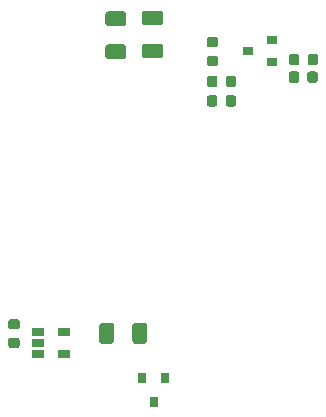
<source format=gbr>
G04 #@! TF.GenerationSoftware,KiCad,Pcbnew,5.1.4-1.fc30*
G04 #@! TF.CreationDate,2020-10-18T16:53:05+02:00*
G04 #@! TF.ProjectId,synchro2,73796e63-6872-46f3-922e-6b696361645f,rev?*
G04 #@! TF.SameCoordinates,Original*
G04 #@! TF.FileFunction,Paste,Bot*
G04 #@! TF.FilePolarity,Positive*
%FSLAX46Y46*%
G04 Gerber Fmt 4.6, Leading zero omitted, Abs format (unit mm)*
G04 Created by KiCad (PCBNEW 5.1.4-1.fc30) date 2020-10-18 16:53:05*
%MOMM*%
%LPD*%
G04 APERTURE LIST*
%ADD10R,0.900000X0.800000*%
%ADD11R,1.060000X0.650000*%
%ADD12C,0.100000*%
%ADD13C,0.875000*%
%ADD14R,0.800000X0.900000*%
%ADD15C,1.250000*%
G04 APERTURE END LIST*
D10*
X227200000Y-103300000D03*
X229200000Y-104250000D03*
X229200000Y-102350000D03*
D11*
X211640000Y-128970000D03*
X211640000Y-127070000D03*
X209440000Y-127070000D03*
X209440000Y-128020000D03*
X209440000Y-128970000D03*
D12*
G36*
X232927691Y-103556053D02*
G01*
X232948926Y-103559203D01*
X232969750Y-103564419D01*
X232989962Y-103571651D01*
X233009368Y-103580830D01*
X233027781Y-103591866D01*
X233045024Y-103604654D01*
X233060930Y-103619070D01*
X233075346Y-103634976D01*
X233088134Y-103652219D01*
X233099170Y-103670632D01*
X233108349Y-103690038D01*
X233115581Y-103710250D01*
X233120797Y-103731074D01*
X233123947Y-103752309D01*
X233125000Y-103773750D01*
X233125000Y-104286250D01*
X233123947Y-104307691D01*
X233120797Y-104328926D01*
X233115581Y-104349750D01*
X233108349Y-104369962D01*
X233099170Y-104389368D01*
X233088134Y-104407781D01*
X233075346Y-104425024D01*
X233060930Y-104440930D01*
X233045024Y-104455346D01*
X233027781Y-104468134D01*
X233009368Y-104479170D01*
X232989962Y-104488349D01*
X232969750Y-104495581D01*
X232948926Y-104500797D01*
X232927691Y-104503947D01*
X232906250Y-104505000D01*
X232468750Y-104505000D01*
X232447309Y-104503947D01*
X232426074Y-104500797D01*
X232405250Y-104495581D01*
X232385038Y-104488349D01*
X232365632Y-104479170D01*
X232347219Y-104468134D01*
X232329976Y-104455346D01*
X232314070Y-104440930D01*
X232299654Y-104425024D01*
X232286866Y-104407781D01*
X232275830Y-104389368D01*
X232266651Y-104369962D01*
X232259419Y-104349750D01*
X232254203Y-104328926D01*
X232251053Y-104307691D01*
X232250000Y-104286250D01*
X232250000Y-103773750D01*
X232251053Y-103752309D01*
X232254203Y-103731074D01*
X232259419Y-103710250D01*
X232266651Y-103690038D01*
X232275830Y-103670632D01*
X232286866Y-103652219D01*
X232299654Y-103634976D01*
X232314070Y-103619070D01*
X232329976Y-103604654D01*
X232347219Y-103591866D01*
X232365632Y-103580830D01*
X232385038Y-103571651D01*
X232405250Y-103564419D01*
X232426074Y-103559203D01*
X232447309Y-103556053D01*
X232468750Y-103555000D01*
X232906250Y-103555000D01*
X232927691Y-103556053D01*
X232927691Y-103556053D01*
G37*
D13*
X232687500Y-104030000D03*
D12*
G36*
X231352691Y-103556053D02*
G01*
X231373926Y-103559203D01*
X231394750Y-103564419D01*
X231414962Y-103571651D01*
X231434368Y-103580830D01*
X231452781Y-103591866D01*
X231470024Y-103604654D01*
X231485930Y-103619070D01*
X231500346Y-103634976D01*
X231513134Y-103652219D01*
X231524170Y-103670632D01*
X231533349Y-103690038D01*
X231540581Y-103710250D01*
X231545797Y-103731074D01*
X231548947Y-103752309D01*
X231550000Y-103773750D01*
X231550000Y-104286250D01*
X231548947Y-104307691D01*
X231545797Y-104328926D01*
X231540581Y-104349750D01*
X231533349Y-104369962D01*
X231524170Y-104389368D01*
X231513134Y-104407781D01*
X231500346Y-104425024D01*
X231485930Y-104440930D01*
X231470024Y-104455346D01*
X231452781Y-104468134D01*
X231434368Y-104479170D01*
X231414962Y-104488349D01*
X231394750Y-104495581D01*
X231373926Y-104500797D01*
X231352691Y-104503947D01*
X231331250Y-104505000D01*
X230893750Y-104505000D01*
X230872309Y-104503947D01*
X230851074Y-104500797D01*
X230830250Y-104495581D01*
X230810038Y-104488349D01*
X230790632Y-104479170D01*
X230772219Y-104468134D01*
X230754976Y-104455346D01*
X230739070Y-104440930D01*
X230724654Y-104425024D01*
X230711866Y-104407781D01*
X230700830Y-104389368D01*
X230691651Y-104369962D01*
X230684419Y-104349750D01*
X230679203Y-104328926D01*
X230676053Y-104307691D01*
X230675000Y-104286250D01*
X230675000Y-103773750D01*
X230676053Y-103752309D01*
X230679203Y-103731074D01*
X230684419Y-103710250D01*
X230691651Y-103690038D01*
X230700830Y-103670632D01*
X230711866Y-103652219D01*
X230724654Y-103634976D01*
X230739070Y-103619070D01*
X230754976Y-103604654D01*
X230772219Y-103591866D01*
X230790632Y-103580830D01*
X230810038Y-103571651D01*
X230830250Y-103564419D01*
X230851074Y-103559203D01*
X230872309Y-103556053D01*
X230893750Y-103555000D01*
X231331250Y-103555000D01*
X231352691Y-103556053D01*
X231352691Y-103556053D01*
G37*
D13*
X231112500Y-104030000D03*
D12*
G36*
X207657691Y-127571053D02*
G01*
X207678926Y-127574203D01*
X207699750Y-127579419D01*
X207719962Y-127586651D01*
X207739368Y-127595830D01*
X207757781Y-127606866D01*
X207775024Y-127619654D01*
X207790930Y-127634070D01*
X207805346Y-127649976D01*
X207818134Y-127667219D01*
X207829170Y-127685632D01*
X207838349Y-127705038D01*
X207845581Y-127725250D01*
X207850797Y-127746074D01*
X207853947Y-127767309D01*
X207855000Y-127788750D01*
X207855000Y-128226250D01*
X207853947Y-128247691D01*
X207850797Y-128268926D01*
X207845581Y-128289750D01*
X207838349Y-128309962D01*
X207829170Y-128329368D01*
X207818134Y-128347781D01*
X207805346Y-128365024D01*
X207790930Y-128380930D01*
X207775024Y-128395346D01*
X207757781Y-128408134D01*
X207739368Y-128419170D01*
X207719962Y-128428349D01*
X207699750Y-128435581D01*
X207678926Y-128440797D01*
X207657691Y-128443947D01*
X207636250Y-128445000D01*
X207123750Y-128445000D01*
X207102309Y-128443947D01*
X207081074Y-128440797D01*
X207060250Y-128435581D01*
X207040038Y-128428349D01*
X207020632Y-128419170D01*
X207002219Y-128408134D01*
X206984976Y-128395346D01*
X206969070Y-128380930D01*
X206954654Y-128365024D01*
X206941866Y-128347781D01*
X206930830Y-128329368D01*
X206921651Y-128309962D01*
X206914419Y-128289750D01*
X206909203Y-128268926D01*
X206906053Y-128247691D01*
X206905000Y-128226250D01*
X206905000Y-127788750D01*
X206906053Y-127767309D01*
X206909203Y-127746074D01*
X206914419Y-127725250D01*
X206921651Y-127705038D01*
X206930830Y-127685632D01*
X206941866Y-127667219D01*
X206954654Y-127649976D01*
X206969070Y-127634070D01*
X206984976Y-127619654D01*
X207002219Y-127606866D01*
X207020632Y-127595830D01*
X207040038Y-127586651D01*
X207060250Y-127579419D01*
X207081074Y-127574203D01*
X207102309Y-127571053D01*
X207123750Y-127570000D01*
X207636250Y-127570000D01*
X207657691Y-127571053D01*
X207657691Y-127571053D01*
G37*
D13*
X207380000Y-128007500D03*
D12*
G36*
X207657691Y-125996053D02*
G01*
X207678926Y-125999203D01*
X207699750Y-126004419D01*
X207719962Y-126011651D01*
X207739368Y-126020830D01*
X207757781Y-126031866D01*
X207775024Y-126044654D01*
X207790930Y-126059070D01*
X207805346Y-126074976D01*
X207818134Y-126092219D01*
X207829170Y-126110632D01*
X207838349Y-126130038D01*
X207845581Y-126150250D01*
X207850797Y-126171074D01*
X207853947Y-126192309D01*
X207855000Y-126213750D01*
X207855000Y-126651250D01*
X207853947Y-126672691D01*
X207850797Y-126693926D01*
X207845581Y-126714750D01*
X207838349Y-126734962D01*
X207829170Y-126754368D01*
X207818134Y-126772781D01*
X207805346Y-126790024D01*
X207790930Y-126805930D01*
X207775024Y-126820346D01*
X207757781Y-126833134D01*
X207739368Y-126844170D01*
X207719962Y-126853349D01*
X207699750Y-126860581D01*
X207678926Y-126865797D01*
X207657691Y-126868947D01*
X207636250Y-126870000D01*
X207123750Y-126870000D01*
X207102309Y-126868947D01*
X207081074Y-126865797D01*
X207060250Y-126860581D01*
X207040038Y-126853349D01*
X207020632Y-126844170D01*
X207002219Y-126833134D01*
X206984976Y-126820346D01*
X206969070Y-126805930D01*
X206954654Y-126790024D01*
X206941866Y-126772781D01*
X206930830Y-126754368D01*
X206921651Y-126734962D01*
X206914419Y-126714750D01*
X206909203Y-126693926D01*
X206906053Y-126672691D01*
X206905000Y-126651250D01*
X206905000Y-126213750D01*
X206906053Y-126192309D01*
X206909203Y-126171074D01*
X206914419Y-126150250D01*
X206921651Y-126130038D01*
X206930830Y-126110632D01*
X206941866Y-126092219D01*
X206954654Y-126074976D01*
X206969070Y-126059070D01*
X206984976Y-126044654D01*
X207002219Y-126031866D01*
X207020632Y-126020830D01*
X207040038Y-126011651D01*
X207060250Y-126004419D01*
X207081074Y-125999203D01*
X207102309Y-125996053D01*
X207123750Y-125995000D01*
X207636250Y-125995000D01*
X207657691Y-125996053D01*
X207657691Y-125996053D01*
G37*
D13*
X207380000Y-126432500D03*
D14*
X218250000Y-131000000D03*
X220150000Y-131000000D03*
X219200000Y-133000000D03*
D12*
G36*
X231322691Y-105036053D02*
G01*
X231343926Y-105039203D01*
X231364750Y-105044419D01*
X231384962Y-105051651D01*
X231404368Y-105060830D01*
X231422781Y-105071866D01*
X231440024Y-105084654D01*
X231455930Y-105099070D01*
X231470346Y-105114976D01*
X231483134Y-105132219D01*
X231494170Y-105150632D01*
X231503349Y-105170038D01*
X231510581Y-105190250D01*
X231515797Y-105211074D01*
X231518947Y-105232309D01*
X231520000Y-105253750D01*
X231520000Y-105766250D01*
X231518947Y-105787691D01*
X231515797Y-105808926D01*
X231510581Y-105829750D01*
X231503349Y-105849962D01*
X231494170Y-105869368D01*
X231483134Y-105887781D01*
X231470346Y-105905024D01*
X231455930Y-105920930D01*
X231440024Y-105935346D01*
X231422781Y-105948134D01*
X231404368Y-105959170D01*
X231384962Y-105968349D01*
X231364750Y-105975581D01*
X231343926Y-105980797D01*
X231322691Y-105983947D01*
X231301250Y-105985000D01*
X230863750Y-105985000D01*
X230842309Y-105983947D01*
X230821074Y-105980797D01*
X230800250Y-105975581D01*
X230780038Y-105968349D01*
X230760632Y-105959170D01*
X230742219Y-105948134D01*
X230724976Y-105935346D01*
X230709070Y-105920930D01*
X230694654Y-105905024D01*
X230681866Y-105887781D01*
X230670830Y-105869368D01*
X230661651Y-105849962D01*
X230654419Y-105829750D01*
X230649203Y-105808926D01*
X230646053Y-105787691D01*
X230645000Y-105766250D01*
X230645000Y-105253750D01*
X230646053Y-105232309D01*
X230649203Y-105211074D01*
X230654419Y-105190250D01*
X230661651Y-105170038D01*
X230670830Y-105150632D01*
X230681866Y-105132219D01*
X230694654Y-105114976D01*
X230709070Y-105099070D01*
X230724976Y-105084654D01*
X230742219Y-105071866D01*
X230760632Y-105060830D01*
X230780038Y-105051651D01*
X230800250Y-105044419D01*
X230821074Y-105039203D01*
X230842309Y-105036053D01*
X230863750Y-105035000D01*
X231301250Y-105035000D01*
X231322691Y-105036053D01*
X231322691Y-105036053D01*
G37*
D13*
X231082500Y-105510000D03*
D12*
G36*
X232897691Y-105036053D02*
G01*
X232918926Y-105039203D01*
X232939750Y-105044419D01*
X232959962Y-105051651D01*
X232979368Y-105060830D01*
X232997781Y-105071866D01*
X233015024Y-105084654D01*
X233030930Y-105099070D01*
X233045346Y-105114976D01*
X233058134Y-105132219D01*
X233069170Y-105150632D01*
X233078349Y-105170038D01*
X233085581Y-105190250D01*
X233090797Y-105211074D01*
X233093947Y-105232309D01*
X233095000Y-105253750D01*
X233095000Y-105766250D01*
X233093947Y-105787691D01*
X233090797Y-105808926D01*
X233085581Y-105829750D01*
X233078349Y-105849962D01*
X233069170Y-105869368D01*
X233058134Y-105887781D01*
X233045346Y-105905024D01*
X233030930Y-105920930D01*
X233015024Y-105935346D01*
X232997781Y-105948134D01*
X232979368Y-105959170D01*
X232959962Y-105968349D01*
X232939750Y-105975581D01*
X232918926Y-105980797D01*
X232897691Y-105983947D01*
X232876250Y-105985000D01*
X232438750Y-105985000D01*
X232417309Y-105983947D01*
X232396074Y-105980797D01*
X232375250Y-105975581D01*
X232355038Y-105968349D01*
X232335632Y-105959170D01*
X232317219Y-105948134D01*
X232299976Y-105935346D01*
X232284070Y-105920930D01*
X232269654Y-105905024D01*
X232256866Y-105887781D01*
X232245830Y-105869368D01*
X232236651Y-105849962D01*
X232229419Y-105829750D01*
X232224203Y-105808926D01*
X232221053Y-105787691D01*
X232220000Y-105766250D01*
X232220000Y-105253750D01*
X232221053Y-105232309D01*
X232224203Y-105211074D01*
X232229419Y-105190250D01*
X232236651Y-105170038D01*
X232245830Y-105150632D01*
X232256866Y-105132219D01*
X232269654Y-105114976D01*
X232284070Y-105099070D01*
X232299976Y-105084654D01*
X232317219Y-105071866D01*
X232335632Y-105060830D01*
X232355038Y-105051651D01*
X232375250Y-105044419D01*
X232396074Y-105039203D01*
X232417309Y-105036053D01*
X232438750Y-105035000D01*
X232876250Y-105035000D01*
X232897691Y-105036053D01*
X232897691Y-105036053D01*
G37*
D13*
X232657500Y-105510000D03*
D12*
G36*
X224457691Y-103691053D02*
G01*
X224478926Y-103694203D01*
X224499750Y-103699419D01*
X224519962Y-103706651D01*
X224539368Y-103715830D01*
X224557781Y-103726866D01*
X224575024Y-103739654D01*
X224590930Y-103754070D01*
X224605346Y-103769976D01*
X224618134Y-103787219D01*
X224629170Y-103805632D01*
X224638349Y-103825038D01*
X224645581Y-103845250D01*
X224650797Y-103866074D01*
X224653947Y-103887309D01*
X224655000Y-103908750D01*
X224655000Y-104346250D01*
X224653947Y-104367691D01*
X224650797Y-104388926D01*
X224645581Y-104409750D01*
X224638349Y-104429962D01*
X224629170Y-104449368D01*
X224618134Y-104467781D01*
X224605346Y-104485024D01*
X224590930Y-104500930D01*
X224575024Y-104515346D01*
X224557781Y-104528134D01*
X224539368Y-104539170D01*
X224519962Y-104548349D01*
X224499750Y-104555581D01*
X224478926Y-104560797D01*
X224457691Y-104563947D01*
X224436250Y-104565000D01*
X223923750Y-104565000D01*
X223902309Y-104563947D01*
X223881074Y-104560797D01*
X223860250Y-104555581D01*
X223840038Y-104548349D01*
X223820632Y-104539170D01*
X223802219Y-104528134D01*
X223784976Y-104515346D01*
X223769070Y-104500930D01*
X223754654Y-104485024D01*
X223741866Y-104467781D01*
X223730830Y-104449368D01*
X223721651Y-104429962D01*
X223714419Y-104409750D01*
X223709203Y-104388926D01*
X223706053Y-104367691D01*
X223705000Y-104346250D01*
X223705000Y-103908750D01*
X223706053Y-103887309D01*
X223709203Y-103866074D01*
X223714419Y-103845250D01*
X223721651Y-103825038D01*
X223730830Y-103805632D01*
X223741866Y-103787219D01*
X223754654Y-103769976D01*
X223769070Y-103754070D01*
X223784976Y-103739654D01*
X223802219Y-103726866D01*
X223820632Y-103715830D01*
X223840038Y-103706651D01*
X223860250Y-103699419D01*
X223881074Y-103694203D01*
X223902309Y-103691053D01*
X223923750Y-103690000D01*
X224436250Y-103690000D01*
X224457691Y-103691053D01*
X224457691Y-103691053D01*
G37*
D13*
X224180000Y-104127500D03*
D12*
G36*
X224457691Y-102116053D02*
G01*
X224478926Y-102119203D01*
X224499750Y-102124419D01*
X224519962Y-102131651D01*
X224539368Y-102140830D01*
X224557781Y-102151866D01*
X224575024Y-102164654D01*
X224590930Y-102179070D01*
X224605346Y-102194976D01*
X224618134Y-102212219D01*
X224629170Y-102230632D01*
X224638349Y-102250038D01*
X224645581Y-102270250D01*
X224650797Y-102291074D01*
X224653947Y-102312309D01*
X224655000Y-102333750D01*
X224655000Y-102771250D01*
X224653947Y-102792691D01*
X224650797Y-102813926D01*
X224645581Y-102834750D01*
X224638349Y-102854962D01*
X224629170Y-102874368D01*
X224618134Y-102892781D01*
X224605346Y-102910024D01*
X224590930Y-102925930D01*
X224575024Y-102940346D01*
X224557781Y-102953134D01*
X224539368Y-102964170D01*
X224519962Y-102973349D01*
X224499750Y-102980581D01*
X224478926Y-102985797D01*
X224457691Y-102988947D01*
X224436250Y-102990000D01*
X223923750Y-102990000D01*
X223902309Y-102988947D01*
X223881074Y-102985797D01*
X223860250Y-102980581D01*
X223840038Y-102973349D01*
X223820632Y-102964170D01*
X223802219Y-102953134D01*
X223784976Y-102940346D01*
X223769070Y-102925930D01*
X223754654Y-102910024D01*
X223741866Y-102892781D01*
X223730830Y-102874368D01*
X223721651Y-102854962D01*
X223714419Y-102834750D01*
X223709203Y-102813926D01*
X223706053Y-102792691D01*
X223705000Y-102771250D01*
X223705000Y-102333750D01*
X223706053Y-102312309D01*
X223709203Y-102291074D01*
X223714419Y-102270250D01*
X223721651Y-102250038D01*
X223730830Y-102230632D01*
X223741866Y-102212219D01*
X223754654Y-102194976D01*
X223769070Y-102179070D01*
X223784976Y-102164654D01*
X223802219Y-102151866D01*
X223820632Y-102140830D01*
X223840038Y-102131651D01*
X223860250Y-102124419D01*
X223881074Y-102119203D01*
X223902309Y-102116053D01*
X223923750Y-102115000D01*
X224436250Y-102115000D01*
X224457691Y-102116053D01*
X224457691Y-102116053D01*
G37*
D13*
X224180000Y-102552500D03*
D12*
G36*
X224412691Y-105406053D02*
G01*
X224433926Y-105409203D01*
X224454750Y-105414419D01*
X224474962Y-105421651D01*
X224494368Y-105430830D01*
X224512781Y-105441866D01*
X224530024Y-105454654D01*
X224545930Y-105469070D01*
X224560346Y-105484976D01*
X224573134Y-105502219D01*
X224584170Y-105520632D01*
X224593349Y-105540038D01*
X224600581Y-105560250D01*
X224605797Y-105581074D01*
X224608947Y-105602309D01*
X224610000Y-105623750D01*
X224610000Y-106136250D01*
X224608947Y-106157691D01*
X224605797Y-106178926D01*
X224600581Y-106199750D01*
X224593349Y-106219962D01*
X224584170Y-106239368D01*
X224573134Y-106257781D01*
X224560346Y-106275024D01*
X224545930Y-106290930D01*
X224530024Y-106305346D01*
X224512781Y-106318134D01*
X224494368Y-106329170D01*
X224474962Y-106338349D01*
X224454750Y-106345581D01*
X224433926Y-106350797D01*
X224412691Y-106353947D01*
X224391250Y-106355000D01*
X223953750Y-106355000D01*
X223932309Y-106353947D01*
X223911074Y-106350797D01*
X223890250Y-106345581D01*
X223870038Y-106338349D01*
X223850632Y-106329170D01*
X223832219Y-106318134D01*
X223814976Y-106305346D01*
X223799070Y-106290930D01*
X223784654Y-106275024D01*
X223771866Y-106257781D01*
X223760830Y-106239368D01*
X223751651Y-106219962D01*
X223744419Y-106199750D01*
X223739203Y-106178926D01*
X223736053Y-106157691D01*
X223735000Y-106136250D01*
X223735000Y-105623750D01*
X223736053Y-105602309D01*
X223739203Y-105581074D01*
X223744419Y-105560250D01*
X223751651Y-105540038D01*
X223760830Y-105520632D01*
X223771866Y-105502219D01*
X223784654Y-105484976D01*
X223799070Y-105469070D01*
X223814976Y-105454654D01*
X223832219Y-105441866D01*
X223850632Y-105430830D01*
X223870038Y-105421651D01*
X223890250Y-105414419D01*
X223911074Y-105409203D01*
X223932309Y-105406053D01*
X223953750Y-105405000D01*
X224391250Y-105405000D01*
X224412691Y-105406053D01*
X224412691Y-105406053D01*
G37*
D13*
X224172500Y-105880000D03*
D12*
G36*
X225987691Y-105406053D02*
G01*
X226008926Y-105409203D01*
X226029750Y-105414419D01*
X226049962Y-105421651D01*
X226069368Y-105430830D01*
X226087781Y-105441866D01*
X226105024Y-105454654D01*
X226120930Y-105469070D01*
X226135346Y-105484976D01*
X226148134Y-105502219D01*
X226159170Y-105520632D01*
X226168349Y-105540038D01*
X226175581Y-105560250D01*
X226180797Y-105581074D01*
X226183947Y-105602309D01*
X226185000Y-105623750D01*
X226185000Y-106136250D01*
X226183947Y-106157691D01*
X226180797Y-106178926D01*
X226175581Y-106199750D01*
X226168349Y-106219962D01*
X226159170Y-106239368D01*
X226148134Y-106257781D01*
X226135346Y-106275024D01*
X226120930Y-106290930D01*
X226105024Y-106305346D01*
X226087781Y-106318134D01*
X226069368Y-106329170D01*
X226049962Y-106338349D01*
X226029750Y-106345581D01*
X226008926Y-106350797D01*
X225987691Y-106353947D01*
X225966250Y-106355000D01*
X225528750Y-106355000D01*
X225507309Y-106353947D01*
X225486074Y-106350797D01*
X225465250Y-106345581D01*
X225445038Y-106338349D01*
X225425632Y-106329170D01*
X225407219Y-106318134D01*
X225389976Y-106305346D01*
X225374070Y-106290930D01*
X225359654Y-106275024D01*
X225346866Y-106257781D01*
X225335830Y-106239368D01*
X225326651Y-106219962D01*
X225319419Y-106199750D01*
X225314203Y-106178926D01*
X225311053Y-106157691D01*
X225310000Y-106136250D01*
X225310000Y-105623750D01*
X225311053Y-105602309D01*
X225314203Y-105581074D01*
X225319419Y-105560250D01*
X225326651Y-105540038D01*
X225335830Y-105520632D01*
X225346866Y-105502219D01*
X225359654Y-105484976D01*
X225374070Y-105469070D01*
X225389976Y-105454654D01*
X225407219Y-105441866D01*
X225425632Y-105430830D01*
X225445038Y-105421651D01*
X225465250Y-105414419D01*
X225486074Y-105409203D01*
X225507309Y-105406053D01*
X225528750Y-105405000D01*
X225966250Y-105405000D01*
X225987691Y-105406053D01*
X225987691Y-105406053D01*
G37*
D13*
X225747500Y-105880000D03*
D12*
G36*
X224402691Y-107056053D02*
G01*
X224423926Y-107059203D01*
X224444750Y-107064419D01*
X224464962Y-107071651D01*
X224484368Y-107080830D01*
X224502781Y-107091866D01*
X224520024Y-107104654D01*
X224535930Y-107119070D01*
X224550346Y-107134976D01*
X224563134Y-107152219D01*
X224574170Y-107170632D01*
X224583349Y-107190038D01*
X224590581Y-107210250D01*
X224595797Y-107231074D01*
X224598947Y-107252309D01*
X224600000Y-107273750D01*
X224600000Y-107786250D01*
X224598947Y-107807691D01*
X224595797Y-107828926D01*
X224590581Y-107849750D01*
X224583349Y-107869962D01*
X224574170Y-107889368D01*
X224563134Y-107907781D01*
X224550346Y-107925024D01*
X224535930Y-107940930D01*
X224520024Y-107955346D01*
X224502781Y-107968134D01*
X224484368Y-107979170D01*
X224464962Y-107988349D01*
X224444750Y-107995581D01*
X224423926Y-108000797D01*
X224402691Y-108003947D01*
X224381250Y-108005000D01*
X223943750Y-108005000D01*
X223922309Y-108003947D01*
X223901074Y-108000797D01*
X223880250Y-107995581D01*
X223860038Y-107988349D01*
X223840632Y-107979170D01*
X223822219Y-107968134D01*
X223804976Y-107955346D01*
X223789070Y-107940930D01*
X223774654Y-107925024D01*
X223761866Y-107907781D01*
X223750830Y-107889368D01*
X223741651Y-107869962D01*
X223734419Y-107849750D01*
X223729203Y-107828926D01*
X223726053Y-107807691D01*
X223725000Y-107786250D01*
X223725000Y-107273750D01*
X223726053Y-107252309D01*
X223729203Y-107231074D01*
X223734419Y-107210250D01*
X223741651Y-107190038D01*
X223750830Y-107170632D01*
X223761866Y-107152219D01*
X223774654Y-107134976D01*
X223789070Y-107119070D01*
X223804976Y-107104654D01*
X223822219Y-107091866D01*
X223840632Y-107080830D01*
X223860038Y-107071651D01*
X223880250Y-107064419D01*
X223901074Y-107059203D01*
X223922309Y-107056053D01*
X223943750Y-107055000D01*
X224381250Y-107055000D01*
X224402691Y-107056053D01*
X224402691Y-107056053D01*
G37*
D13*
X224162500Y-107530000D03*
D12*
G36*
X225977691Y-107056053D02*
G01*
X225998926Y-107059203D01*
X226019750Y-107064419D01*
X226039962Y-107071651D01*
X226059368Y-107080830D01*
X226077781Y-107091866D01*
X226095024Y-107104654D01*
X226110930Y-107119070D01*
X226125346Y-107134976D01*
X226138134Y-107152219D01*
X226149170Y-107170632D01*
X226158349Y-107190038D01*
X226165581Y-107210250D01*
X226170797Y-107231074D01*
X226173947Y-107252309D01*
X226175000Y-107273750D01*
X226175000Y-107786250D01*
X226173947Y-107807691D01*
X226170797Y-107828926D01*
X226165581Y-107849750D01*
X226158349Y-107869962D01*
X226149170Y-107889368D01*
X226138134Y-107907781D01*
X226125346Y-107925024D01*
X226110930Y-107940930D01*
X226095024Y-107955346D01*
X226077781Y-107968134D01*
X226059368Y-107979170D01*
X226039962Y-107988349D01*
X226019750Y-107995581D01*
X225998926Y-108000797D01*
X225977691Y-108003947D01*
X225956250Y-108005000D01*
X225518750Y-108005000D01*
X225497309Y-108003947D01*
X225476074Y-108000797D01*
X225455250Y-107995581D01*
X225435038Y-107988349D01*
X225415632Y-107979170D01*
X225397219Y-107968134D01*
X225379976Y-107955346D01*
X225364070Y-107940930D01*
X225349654Y-107925024D01*
X225336866Y-107907781D01*
X225325830Y-107889368D01*
X225316651Y-107869962D01*
X225309419Y-107849750D01*
X225304203Y-107828926D01*
X225301053Y-107807691D01*
X225300000Y-107786250D01*
X225300000Y-107273750D01*
X225301053Y-107252309D01*
X225304203Y-107231074D01*
X225309419Y-107210250D01*
X225316651Y-107190038D01*
X225325830Y-107170632D01*
X225336866Y-107152219D01*
X225349654Y-107134976D01*
X225364070Y-107119070D01*
X225379976Y-107104654D01*
X225397219Y-107091866D01*
X225415632Y-107080830D01*
X225435038Y-107071651D01*
X225455250Y-107064419D01*
X225476074Y-107059203D01*
X225497309Y-107056053D01*
X225518750Y-107055000D01*
X225956250Y-107055000D01*
X225977691Y-107056053D01*
X225977691Y-107056053D01*
G37*
D13*
X225737500Y-107530000D03*
D12*
G36*
X218429504Y-126326204D02*
G01*
X218453773Y-126329804D01*
X218477571Y-126335765D01*
X218500671Y-126344030D01*
X218522849Y-126354520D01*
X218543893Y-126367133D01*
X218563598Y-126381747D01*
X218581777Y-126398223D01*
X218598253Y-126416402D01*
X218612867Y-126436107D01*
X218625480Y-126457151D01*
X218635970Y-126479329D01*
X218644235Y-126502429D01*
X218650196Y-126526227D01*
X218653796Y-126550496D01*
X218655000Y-126575000D01*
X218655000Y-127825000D01*
X218653796Y-127849504D01*
X218650196Y-127873773D01*
X218644235Y-127897571D01*
X218635970Y-127920671D01*
X218625480Y-127942849D01*
X218612867Y-127963893D01*
X218598253Y-127983598D01*
X218581777Y-128001777D01*
X218563598Y-128018253D01*
X218543893Y-128032867D01*
X218522849Y-128045480D01*
X218500671Y-128055970D01*
X218477571Y-128064235D01*
X218453773Y-128070196D01*
X218429504Y-128073796D01*
X218405000Y-128075000D01*
X217655000Y-128075000D01*
X217630496Y-128073796D01*
X217606227Y-128070196D01*
X217582429Y-128064235D01*
X217559329Y-128055970D01*
X217537151Y-128045480D01*
X217516107Y-128032867D01*
X217496402Y-128018253D01*
X217478223Y-128001777D01*
X217461747Y-127983598D01*
X217447133Y-127963893D01*
X217434520Y-127942849D01*
X217424030Y-127920671D01*
X217415765Y-127897571D01*
X217409804Y-127873773D01*
X217406204Y-127849504D01*
X217405000Y-127825000D01*
X217405000Y-126575000D01*
X217406204Y-126550496D01*
X217409804Y-126526227D01*
X217415765Y-126502429D01*
X217424030Y-126479329D01*
X217434520Y-126457151D01*
X217447133Y-126436107D01*
X217461747Y-126416402D01*
X217478223Y-126398223D01*
X217496402Y-126381747D01*
X217516107Y-126367133D01*
X217537151Y-126354520D01*
X217559329Y-126344030D01*
X217582429Y-126335765D01*
X217606227Y-126329804D01*
X217630496Y-126326204D01*
X217655000Y-126325000D01*
X218405000Y-126325000D01*
X218429504Y-126326204D01*
X218429504Y-126326204D01*
G37*
D15*
X218030000Y-127200000D03*
D12*
G36*
X215629504Y-126326204D02*
G01*
X215653773Y-126329804D01*
X215677571Y-126335765D01*
X215700671Y-126344030D01*
X215722849Y-126354520D01*
X215743893Y-126367133D01*
X215763598Y-126381747D01*
X215781777Y-126398223D01*
X215798253Y-126416402D01*
X215812867Y-126436107D01*
X215825480Y-126457151D01*
X215835970Y-126479329D01*
X215844235Y-126502429D01*
X215850196Y-126526227D01*
X215853796Y-126550496D01*
X215855000Y-126575000D01*
X215855000Y-127825000D01*
X215853796Y-127849504D01*
X215850196Y-127873773D01*
X215844235Y-127897571D01*
X215835970Y-127920671D01*
X215825480Y-127942849D01*
X215812867Y-127963893D01*
X215798253Y-127983598D01*
X215781777Y-128001777D01*
X215763598Y-128018253D01*
X215743893Y-128032867D01*
X215722849Y-128045480D01*
X215700671Y-128055970D01*
X215677571Y-128064235D01*
X215653773Y-128070196D01*
X215629504Y-128073796D01*
X215605000Y-128075000D01*
X214855000Y-128075000D01*
X214830496Y-128073796D01*
X214806227Y-128070196D01*
X214782429Y-128064235D01*
X214759329Y-128055970D01*
X214737151Y-128045480D01*
X214716107Y-128032867D01*
X214696402Y-128018253D01*
X214678223Y-128001777D01*
X214661747Y-127983598D01*
X214647133Y-127963893D01*
X214634520Y-127942849D01*
X214624030Y-127920671D01*
X214615765Y-127897571D01*
X214609804Y-127873773D01*
X214606204Y-127849504D01*
X214605000Y-127825000D01*
X214605000Y-126575000D01*
X214606204Y-126550496D01*
X214609804Y-126526227D01*
X214615765Y-126502429D01*
X214624030Y-126479329D01*
X214634520Y-126457151D01*
X214647133Y-126436107D01*
X214661747Y-126416402D01*
X214678223Y-126398223D01*
X214696402Y-126381747D01*
X214716107Y-126367133D01*
X214737151Y-126354520D01*
X214759329Y-126344030D01*
X214782429Y-126335765D01*
X214806227Y-126329804D01*
X214830496Y-126326204D01*
X214855000Y-126325000D01*
X215605000Y-126325000D01*
X215629504Y-126326204D01*
X215629504Y-126326204D01*
G37*
D15*
X215230000Y-127200000D03*
D12*
G36*
X216649504Y-102746204D02*
G01*
X216673773Y-102749804D01*
X216697571Y-102755765D01*
X216720671Y-102764030D01*
X216742849Y-102774520D01*
X216763893Y-102787133D01*
X216783598Y-102801747D01*
X216801777Y-102818223D01*
X216818253Y-102836402D01*
X216832867Y-102856107D01*
X216845480Y-102877151D01*
X216855970Y-102899329D01*
X216864235Y-102922429D01*
X216870196Y-102946227D01*
X216873796Y-102970496D01*
X216875000Y-102995000D01*
X216875000Y-103745000D01*
X216873796Y-103769504D01*
X216870196Y-103793773D01*
X216864235Y-103817571D01*
X216855970Y-103840671D01*
X216845480Y-103862849D01*
X216832867Y-103883893D01*
X216818253Y-103903598D01*
X216801777Y-103921777D01*
X216783598Y-103938253D01*
X216763893Y-103952867D01*
X216742849Y-103965480D01*
X216720671Y-103975970D01*
X216697571Y-103984235D01*
X216673773Y-103990196D01*
X216649504Y-103993796D01*
X216625000Y-103995000D01*
X215375000Y-103995000D01*
X215350496Y-103993796D01*
X215326227Y-103990196D01*
X215302429Y-103984235D01*
X215279329Y-103975970D01*
X215257151Y-103965480D01*
X215236107Y-103952867D01*
X215216402Y-103938253D01*
X215198223Y-103921777D01*
X215181747Y-103903598D01*
X215167133Y-103883893D01*
X215154520Y-103862849D01*
X215144030Y-103840671D01*
X215135765Y-103817571D01*
X215129804Y-103793773D01*
X215126204Y-103769504D01*
X215125000Y-103745000D01*
X215125000Y-102995000D01*
X215126204Y-102970496D01*
X215129804Y-102946227D01*
X215135765Y-102922429D01*
X215144030Y-102899329D01*
X215154520Y-102877151D01*
X215167133Y-102856107D01*
X215181747Y-102836402D01*
X215198223Y-102818223D01*
X215216402Y-102801747D01*
X215236107Y-102787133D01*
X215257151Y-102774520D01*
X215279329Y-102764030D01*
X215302429Y-102755765D01*
X215326227Y-102749804D01*
X215350496Y-102746204D01*
X215375000Y-102745000D01*
X216625000Y-102745000D01*
X216649504Y-102746204D01*
X216649504Y-102746204D01*
G37*
D15*
X216000000Y-103370000D03*
D12*
G36*
X216649504Y-99946204D02*
G01*
X216673773Y-99949804D01*
X216697571Y-99955765D01*
X216720671Y-99964030D01*
X216742849Y-99974520D01*
X216763893Y-99987133D01*
X216783598Y-100001747D01*
X216801777Y-100018223D01*
X216818253Y-100036402D01*
X216832867Y-100056107D01*
X216845480Y-100077151D01*
X216855970Y-100099329D01*
X216864235Y-100122429D01*
X216870196Y-100146227D01*
X216873796Y-100170496D01*
X216875000Y-100195000D01*
X216875000Y-100945000D01*
X216873796Y-100969504D01*
X216870196Y-100993773D01*
X216864235Y-101017571D01*
X216855970Y-101040671D01*
X216845480Y-101062849D01*
X216832867Y-101083893D01*
X216818253Y-101103598D01*
X216801777Y-101121777D01*
X216783598Y-101138253D01*
X216763893Y-101152867D01*
X216742849Y-101165480D01*
X216720671Y-101175970D01*
X216697571Y-101184235D01*
X216673773Y-101190196D01*
X216649504Y-101193796D01*
X216625000Y-101195000D01*
X215375000Y-101195000D01*
X215350496Y-101193796D01*
X215326227Y-101190196D01*
X215302429Y-101184235D01*
X215279329Y-101175970D01*
X215257151Y-101165480D01*
X215236107Y-101152867D01*
X215216402Y-101138253D01*
X215198223Y-101121777D01*
X215181747Y-101103598D01*
X215167133Y-101083893D01*
X215154520Y-101062849D01*
X215144030Y-101040671D01*
X215135765Y-101017571D01*
X215129804Y-100993773D01*
X215126204Y-100969504D01*
X215125000Y-100945000D01*
X215125000Y-100195000D01*
X215126204Y-100170496D01*
X215129804Y-100146227D01*
X215135765Y-100122429D01*
X215144030Y-100099329D01*
X215154520Y-100077151D01*
X215167133Y-100056107D01*
X215181747Y-100036402D01*
X215198223Y-100018223D01*
X215216402Y-100001747D01*
X215236107Y-99987133D01*
X215257151Y-99974520D01*
X215279329Y-99964030D01*
X215302429Y-99955765D01*
X215326227Y-99949804D01*
X215350496Y-99946204D01*
X215375000Y-99945000D01*
X216625000Y-99945000D01*
X216649504Y-99946204D01*
X216649504Y-99946204D01*
G37*
D15*
X216000000Y-100570000D03*
D12*
G36*
X219749504Y-99876204D02*
G01*
X219773773Y-99879804D01*
X219797571Y-99885765D01*
X219820671Y-99894030D01*
X219842849Y-99904520D01*
X219863893Y-99917133D01*
X219883598Y-99931747D01*
X219901777Y-99948223D01*
X219918253Y-99966402D01*
X219932867Y-99986107D01*
X219945480Y-100007151D01*
X219955970Y-100029329D01*
X219964235Y-100052429D01*
X219970196Y-100076227D01*
X219973796Y-100100496D01*
X219975000Y-100125000D01*
X219975000Y-100875000D01*
X219973796Y-100899504D01*
X219970196Y-100923773D01*
X219964235Y-100947571D01*
X219955970Y-100970671D01*
X219945480Y-100992849D01*
X219932867Y-101013893D01*
X219918253Y-101033598D01*
X219901777Y-101051777D01*
X219883598Y-101068253D01*
X219863893Y-101082867D01*
X219842849Y-101095480D01*
X219820671Y-101105970D01*
X219797571Y-101114235D01*
X219773773Y-101120196D01*
X219749504Y-101123796D01*
X219725000Y-101125000D01*
X218475000Y-101125000D01*
X218450496Y-101123796D01*
X218426227Y-101120196D01*
X218402429Y-101114235D01*
X218379329Y-101105970D01*
X218357151Y-101095480D01*
X218336107Y-101082867D01*
X218316402Y-101068253D01*
X218298223Y-101051777D01*
X218281747Y-101033598D01*
X218267133Y-101013893D01*
X218254520Y-100992849D01*
X218244030Y-100970671D01*
X218235765Y-100947571D01*
X218229804Y-100923773D01*
X218226204Y-100899504D01*
X218225000Y-100875000D01*
X218225000Y-100125000D01*
X218226204Y-100100496D01*
X218229804Y-100076227D01*
X218235765Y-100052429D01*
X218244030Y-100029329D01*
X218254520Y-100007151D01*
X218267133Y-99986107D01*
X218281747Y-99966402D01*
X218298223Y-99948223D01*
X218316402Y-99931747D01*
X218336107Y-99917133D01*
X218357151Y-99904520D01*
X218379329Y-99894030D01*
X218402429Y-99885765D01*
X218426227Y-99879804D01*
X218450496Y-99876204D01*
X218475000Y-99875000D01*
X219725000Y-99875000D01*
X219749504Y-99876204D01*
X219749504Y-99876204D01*
G37*
D15*
X219100000Y-100500000D03*
D12*
G36*
X219749504Y-102676204D02*
G01*
X219773773Y-102679804D01*
X219797571Y-102685765D01*
X219820671Y-102694030D01*
X219842849Y-102704520D01*
X219863893Y-102717133D01*
X219883598Y-102731747D01*
X219901777Y-102748223D01*
X219918253Y-102766402D01*
X219932867Y-102786107D01*
X219945480Y-102807151D01*
X219955970Y-102829329D01*
X219964235Y-102852429D01*
X219970196Y-102876227D01*
X219973796Y-102900496D01*
X219975000Y-102925000D01*
X219975000Y-103675000D01*
X219973796Y-103699504D01*
X219970196Y-103723773D01*
X219964235Y-103747571D01*
X219955970Y-103770671D01*
X219945480Y-103792849D01*
X219932867Y-103813893D01*
X219918253Y-103833598D01*
X219901777Y-103851777D01*
X219883598Y-103868253D01*
X219863893Y-103882867D01*
X219842849Y-103895480D01*
X219820671Y-103905970D01*
X219797571Y-103914235D01*
X219773773Y-103920196D01*
X219749504Y-103923796D01*
X219725000Y-103925000D01*
X218475000Y-103925000D01*
X218450496Y-103923796D01*
X218426227Y-103920196D01*
X218402429Y-103914235D01*
X218379329Y-103905970D01*
X218357151Y-103895480D01*
X218336107Y-103882867D01*
X218316402Y-103868253D01*
X218298223Y-103851777D01*
X218281747Y-103833598D01*
X218267133Y-103813893D01*
X218254520Y-103792849D01*
X218244030Y-103770671D01*
X218235765Y-103747571D01*
X218229804Y-103723773D01*
X218226204Y-103699504D01*
X218225000Y-103675000D01*
X218225000Y-102925000D01*
X218226204Y-102900496D01*
X218229804Y-102876227D01*
X218235765Y-102852429D01*
X218244030Y-102829329D01*
X218254520Y-102807151D01*
X218267133Y-102786107D01*
X218281747Y-102766402D01*
X218298223Y-102748223D01*
X218316402Y-102731747D01*
X218336107Y-102717133D01*
X218357151Y-102704520D01*
X218379329Y-102694030D01*
X218402429Y-102685765D01*
X218426227Y-102679804D01*
X218450496Y-102676204D01*
X218475000Y-102675000D01*
X219725000Y-102675000D01*
X219749504Y-102676204D01*
X219749504Y-102676204D01*
G37*
D15*
X219100000Y-103300000D03*
M02*

</source>
